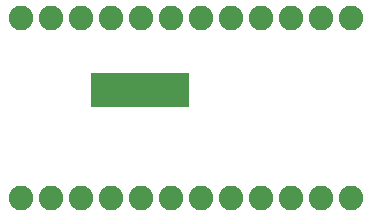
<source format=gbs>
G75*
G70*
%OFA0B0*%
%FSLAX24Y24*%
%IPPOS*%
%LPD*%
%AMOC8*
5,1,8,0,0,1.08239X$1,22.5*
%
%ADD10R,0.3268X0.1142*%
%ADD11C,0.0820*%
D10*
X004910Y005150D03*
D11*
X000955Y001550D03*
X001955Y001550D03*
X002955Y001550D03*
X003955Y001550D03*
X004955Y001550D03*
X005955Y001550D03*
X006955Y001550D03*
X007955Y001550D03*
X008955Y001550D03*
X009955Y001550D03*
X010955Y001550D03*
X011955Y001550D03*
X011955Y007550D03*
X010955Y007550D03*
X009955Y007550D03*
X008955Y007550D03*
X007955Y007550D03*
X006955Y007550D03*
X005955Y007550D03*
X004955Y007550D03*
X003955Y007550D03*
X002955Y007550D03*
X001955Y007550D03*
X000955Y007550D03*
M02*

</source>
